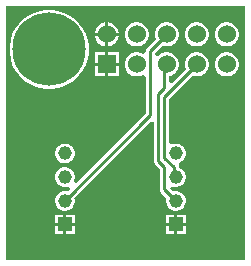
<source format=gbr>
G04*
G04 #@! TF.GenerationSoftware,Altium Limited,Altium Designer,24.8.2 (39)*
G04*
G04 Layer_Physical_Order=1*
G04 Layer_Color=255*
%FSLAX25Y25*%
%MOIN*%
G70*
G04*
G04 #@! TF.SameCoordinates,0347263F-4986-443A-A638-574EEFBA0464*
G04*
G04*
G04 #@! TF.FilePolarity,Positive*
G04*
G01*
G75*
%ADD18C,0.01000*%
%ADD19C,0.24410*%
%ADD20R,0.06000X0.06000*%
%ADD21C,0.06000*%
%ADD22C,0.04528*%
%ADD23R,0.04528X0.04528*%
G36*
X183579Y108921D02*
X103921D01*
Y193579D01*
X183579D01*
Y108921D01*
D02*
G37*
%LPC*%
G36*
X138027Y188000D02*
X138000D01*
Y184500D01*
X141500D01*
Y184527D01*
X141227Y185544D01*
X140701Y186456D01*
X139956Y187201D01*
X139044Y187727D01*
X138027Y188000D01*
D02*
G37*
G36*
X137000D02*
X136973D01*
X135956Y187727D01*
X135044Y187201D01*
X134299Y186456D01*
X133773Y185544D01*
X133500Y184527D01*
Y184500D01*
X137000D01*
Y188000D01*
D02*
G37*
G36*
X178027D02*
X176973D01*
X175956Y187727D01*
X175044Y187201D01*
X174299Y186456D01*
X173773Y185544D01*
X173500Y184527D01*
Y183473D01*
X173773Y182456D01*
X174299Y181544D01*
X175044Y180799D01*
X175956Y180273D01*
X176973Y180000D01*
X178027D01*
X179044Y180273D01*
X179956Y180799D01*
X180701Y181544D01*
X181227Y182456D01*
X181500Y183473D01*
Y184527D01*
X181227Y185544D01*
X180701Y186456D01*
X179956Y187201D01*
X179044Y187727D01*
X178027Y188000D01*
D02*
G37*
G36*
X168027D02*
X166973D01*
X165956Y187727D01*
X165044Y187201D01*
X164299Y186456D01*
X163773Y185544D01*
X163500Y184527D01*
Y183473D01*
X163773Y182456D01*
X164299Y181544D01*
X165044Y180799D01*
X165956Y180273D01*
X166973Y180000D01*
X168027D01*
X169044Y180273D01*
X169956Y180799D01*
X170701Y181544D01*
X171227Y182456D01*
X171500Y183473D01*
Y184527D01*
X171227Y185544D01*
X170701Y186456D01*
X169956Y187201D01*
X169044Y187727D01*
X168027Y188000D01*
D02*
G37*
G36*
X158027D02*
X156973D01*
X155956Y187727D01*
X155044Y187201D01*
X154299Y186456D01*
X153773Y185544D01*
X153500Y184527D01*
Y183473D01*
X153773Y182456D01*
X153780Y182443D01*
X150919Y179581D01*
X150587Y179085D01*
X150471Y178500D01*
Y178048D01*
X149471Y177481D01*
X149044Y177727D01*
X148027Y178000D01*
X146973D01*
X145956Y177727D01*
X145044Y177201D01*
X144299Y176456D01*
X143773Y175544D01*
X143500Y174527D01*
Y173473D01*
X143773Y172456D01*
X144299Y171544D01*
X145044Y170799D01*
X145956Y170273D01*
X146973Y170000D01*
X148027D01*
X149044Y170273D01*
X149471Y170519D01*
X150471Y169952D01*
Y157696D01*
X127347Y134573D01*
X126541Y135177D01*
X126764Y136007D01*
Y136867D01*
X126541Y137697D01*
X126112Y138441D01*
X125504Y139049D01*
X124760Y139478D01*
X123930Y139701D01*
X123070D01*
X122240Y139478D01*
X121496Y139049D01*
X120888Y138441D01*
X120459Y137697D01*
X120236Y136867D01*
Y136007D01*
X120459Y135177D01*
X120888Y134433D01*
X121496Y133825D01*
X122240Y133396D01*
X123070Y133173D01*
X123930D01*
X124760Y133396D01*
X125364Y132590D01*
X124459Y131685D01*
X123930Y131827D01*
X123070D01*
X122240Y131604D01*
X121496Y131175D01*
X120888Y130567D01*
X120459Y129823D01*
X120236Y128993D01*
Y128133D01*
X120459Y127303D01*
X120888Y126559D01*
X121496Y125951D01*
X122240Y125522D01*
X123070Y125299D01*
X123930D01*
X124760Y125522D01*
X125504Y125951D01*
X126112Y126559D01*
X126541Y127303D01*
X126764Y128133D01*
Y128993D01*
X126622Y129522D01*
X152207Y155107D01*
X153207Y154693D01*
Y141924D01*
X153323Y141338D01*
X153655Y140842D01*
X155207Y139290D01*
Y132327D01*
X155323Y131741D01*
X155655Y131245D01*
X157378Y129522D01*
X157236Y128993D01*
Y128133D01*
X157459Y127303D01*
X157888Y126559D01*
X158496Y125951D01*
X159240Y125522D01*
X160070Y125299D01*
X160930D01*
X161760Y125522D01*
X162504Y125951D01*
X163112Y126559D01*
X163541Y127303D01*
X163764Y128133D01*
Y128993D01*
X163541Y129823D01*
X163112Y130567D01*
X162504Y131175D01*
X161760Y131604D01*
X160930Y131827D01*
X160070D01*
X159541Y131685D01*
X158636Y132590D01*
X159240Y133396D01*
X160070Y133173D01*
X160930D01*
X161760Y133396D01*
X162504Y133825D01*
X163112Y134433D01*
X163541Y135177D01*
X163764Y136007D01*
Y136867D01*
X163541Y137697D01*
X163112Y138441D01*
X162504Y139049D01*
X161760Y139478D01*
X161759Y139479D01*
X161429Y140381D01*
X161760Y141270D01*
X162504Y141699D01*
X163112Y142307D01*
X163541Y143051D01*
X163764Y143881D01*
Y144741D01*
X163541Y145571D01*
X163112Y146315D01*
X162504Y146923D01*
X161760Y147352D01*
X160930Y147575D01*
X160070D01*
X159240Y147352D01*
X158266Y147944D01*
Y162603D01*
X165943Y170280D01*
X165956Y170273D01*
X166973Y170000D01*
X168027D01*
X169044Y170273D01*
X169956Y170799D01*
X170701Y171544D01*
X171227Y172456D01*
X171500Y173473D01*
Y174527D01*
X171227Y175544D01*
X170701Y176456D01*
X169956Y177201D01*
X169044Y177727D01*
X168027Y178000D01*
X166973D01*
X165956Y177727D01*
X165044Y177201D01*
X164299Y176456D01*
X163773Y175544D01*
X163500Y174527D01*
Y173473D01*
X163773Y172456D01*
X163780Y172443D01*
X159189Y167852D01*
X158266Y168235D01*
Y170064D01*
X159044Y170273D01*
X159956Y170799D01*
X160701Y171544D01*
X161227Y172456D01*
X161500Y173473D01*
Y174527D01*
X161227Y175544D01*
X160701Y176456D01*
X159956Y177201D01*
X159044Y177727D01*
X158027Y178000D01*
X156973D01*
X155956Y177727D01*
X155044Y177201D01*
X154641Y176798D01*
X153703Y177107D01*
X153612Y177759D01*
X153622Y177959D01*
X155943Y180280D01*
X155956Y180273D01*
X156973Y180000D01*
X158027D01*
X159044Y180273D01*
X159956Y180799D01*
X160701Y181544D01*
X161227Y182456D01*
X161500Y183473D01*
Y184527D01*
X161227Y185544D01*
X160701Y186456D01*
X159956Y187201D01*
X159044Y187727D01*
X158027Y188000D01*
D02*
G37*
G36*
X148027D02*
X146973D01*
X145956Y187727D01*
X145044Y187201D01*
X144299Y186456D01*
X143773Y185544D01*
X143500Y184527D01*
Y183473D01*
X143773Y182456D01*
X144299Y181544D01*
X145044Y180799D01*
X145956Y180273D01*
X146973Y180000D01*
X148027D01*
X149044Y180273D01*
X149956Y180799D01*
X150701Y181544D01*
X151227Y182456D01*
X151500Y183473D01*
Y184527D01*
X151227Y185544D01*
X150701Y186456D01*
X149956Y187201D01*
X149044Y187727D01*
X148027Y188000D01*
D02*
G37*
G36*
X141500Y183500D02*
X138000D01*
Y180000D01*
X138027D01*
X139044Y180273D01*
X139956Y180799D01*
X140701Y181544D01*
X141227Y182456D01*
X141500Y183473D01*
Y183500D01*
D02*
G37*
G36*
X137000D02*
X133500D01*
Y183473D01*
X133773Y182456D01*
X134299Y181544D01*
X135044Y180799D01*
X135956Y180273D01*
X136973Y180000D01*
X137000D01*
Y183500D01*
D02*
G37*
G36*
X141500Y178000D02*
X138000D01*
Y174500D01*
X141500D01*
Y178000D01*
D02*
G37*
G36*
X137000D02*
X133500D01*
Y174500D01*
X137000D01*
Y178000D01*
D02*
G37*
G36*
X178027D02*
X176973D01*
X175956Y177727D01*
X175044Y177201D01*
X174299Y176456D01*
X173773Y175544D01*
X173500Y174527D01*
Y173473D01*
X173773Y172456D01*
X174299Y171544D01*
X175044Y170799D01*
X175956Y170273D01*
X176973Y170000D01*
X178027D01*
X179044Y170273D01*
X179956Y170799D01*
X180701Y171544D01*
X181227Y172456D01*
X181500Y173473D01*
Y174527D01*
X181227Y175544D01*
X180701Y176456D01*
X179956Y177201D01*
X179044Y177727D01*
X178027Y178000D01*
D02*
G37*
G36*
X141500Y173500D02*
X138000D01*
Y170000D01*
X141500D01*
Y173500D01*
D02*
G37*
G36*
X137000D02*
X133500D01*
Y170000D01*
X137000D01*
Y173500D01*
D02*
G37*
G36*
X119366Y192205D02*
X117288D01*
X115235Y191880D01*
X113258Y191237D01*
X111406Y190294D01*
X109724Y189072D01*
X108255Y187602D01*
X107033Y185921D01*
X106089Y184069D01*
X105447Y182092D01*
X105122Y180039D01*
Y177961D01*
X105447Y175908D01*
X106089Y173931D01*
X107033Y172079D01*
X108255Y170398D01*
X109724Y168928D01*
X111406Y167706D01*
X113258Y166763D01*
X115235Y166120D01*
X117288Y165795D01*
X119366D01*
X121419Y166120D01*
X123396Y166763D01*
X125248Y167706D01*
X126929Y168928D01*
X128399Y170398D01*
X129621Y172079D01*
X130564Y173931D01*
X131206Y175908D01*
X131532Y177961D01*
Y180039D01*
X131206Y182092D01*
X130564Y184069D01*
X129621Y185921D01*
X128399Y187602D01*
X126929Y189072D01*
X125248Y190294D01*
X123396Y191237D01*
X121419Y191880D01*
X119366Y192205D01*
D02*
G37*
G36*
X123930Y147575D02*
X123070D01*
X122240Y147352D01*
X121496Y146923D01*
X120888Y146315D01*
X120459Y145571D01*
X120236Y144741D01*
Y143881D01*
X120459Y143051D01*
X120888Y142307D01*
X121496Y141699D01*
X122240Y141270D01*
X123070Y141047D01*
X123930D01*
X124760Y141270D01*
X125504Y141699D01*
X126112Y142307D01*
X126541Y143051D01*
X126764Y143881D01*
Y144741D01*
X126541Y145571D01*
X126112Y146315D01*
X125504Y146923D01*
X124760Y147352D01*
X123930Y147575D01*
D02*
G37*
G36*
X163764Y123953D02*
X161000D01*
Y121189D01*
X163764D01*
Y123953D01*
D02*
G37*
G36*
X126764D02*
X124000D01*
Y121189D01*
X126764D01*
Y123953D01*
D02*
G37*
G36*
X160000D02*
X157236D01*
Y121189D01*
X160000D01*
Y123953D01*
D02*
G37*
G36*
X123000D02*
X120236D01*
Y121189D01*
X123000D01*
Y123953D01*
D02*
G37*
G36*
X163764Y120189D02*
X161000D01*
Y117425D01*
X163764D01*
Y120189D01*
D02*
G37*
G36*
X160000D02*
X157236D01*
Y117425D01*
X160000D01*
Y120189D01*
D02*
G37*
G36*
X126764D02*
X124000D01*
Y117425D01*
X126764D01*
Y120189D01*
D02*
G37*
G36*
X123000D02*
X120236D01*
Y117425D01*
X123000D01*
Y120189D01*
D02*
G37*
%LPD*%
D18*
X152000Y178500D02*
X157500Y184000D01*
X152000Y157063D02*
Y178500D01*
X123500Y128563D02*
X152000Y157063D01*
X154736Y164065D02*
X156736Y166065D01*
X154736Y141924D02*
X156736Y139924D01*
Y163236D02*
X167500Y174000D01*
X156736Y142752D02*
Y163236D01*
Y142752D02*
X159825Y139663D01*
X154736Y141924D02*
Y164065D01*
X156736Y166065D02*
Y173236D01*
X159825Y137112D02*
X160500Y136437D01*
X159825Y137112D02*
Y139663D01*
X156736Y132327D02*
Y139924D01*
Y173236D02*
X157500Y174000D01*
X156736Y132327D02*
X160500Y128563D01*
D19*
X118327Y179000D02*
D03*
D20*
X137500Y174000D02*
D03*
D21*
X147500D02*
D03*
X157500D02*
D03*
X167500D02*
D03*
X177500D02*
D03*
X137500Y184000D02*
D03*
X147500D02*
D03*
X157500D02*
D03*
X167500D02*
D03*
X177500D02*
D03*
D22*
X123500Y144311D02*
D03*
Y136437D02*
D03*
Y128563D02*
D03*
X160500D02*
D03*
Y136437D02*
D03*
Y144311D02*
D03*
D23*
X123500Y120689D02*
D03*
X160500D02*
D03*
M02*

</source>
